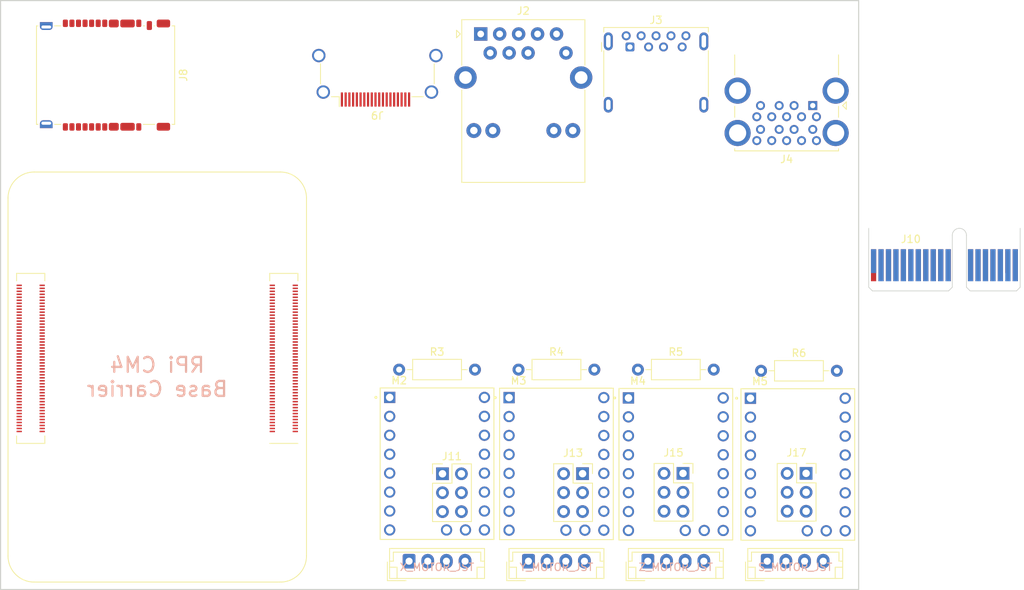
<source format=kicad_pcb>
(kicad_pcb (version 20241229) (generator "pcbnew") (generator_version "9.0")
  (title_block (title "Raspberry Pi Compute Module 4 Carrier Template") (date "2020-10-31") (rev "v01") (comment 2 "creativecommons.org/licenses/by/4.0/") (comment 3 "License: CC BY-SA 4.0") (comment 4 "Author: Shawn Hymel"))
  (layers (0 "F.Cu" signal) (2 "B.Cu" signal) (13 "F.Paste" user) (15 "B.Paste" user) (5 "F.SilkS" user "F.Silkscreen") (7 "B.SilkS" user "B.Silkscreen") (1 "F.Mask" user) (3 "B.Mask" user) (25 "Edge.Cuts" user))
  (net 0 "")
  (net 1 "GND")
  (net 2 "+5V")
  (net 3 "+3.3V")
  (net 4 "/CM4 GPIO/nRPIBOOT")
  (net 11 "/CM4 GPIO/GPIO11")
  (net 12 "/CM4 GPIO/GPIO9")
  (net 15 "/CM4 GPIO/GPIO_14")
  (net 17 "/CM4 GPIO/GPIO10")
  (net 28 "/CM4 GPIO/GPIO_6")
  (net 47 "/CM4 GPIO/GPIO2")
  (net 54 "/CM4 GPIO/GPIO_13")
  (net 55 "/CM4 GPIO/GPIO_20")
  (net 56 "/CM4 GPIO/GPIO_19")
  (net 58 "/CM4 GPIO/GPIO_5")
  (net 61 "/CM4 GPIO/EEPROM_nWP")
  (net 65 "/CM4 GPIO/nLED_Activity")
  (net 66 "+1.8V")
  (net 68 "/CM4 GPIO/nPWR_LED")
  (net 74 "/CM4 GPIO/GPIO_12")
  (net 92 "/CM4 GPIO/GPIO3")
  (net 106 "/CM4 GPIO/GPIO_15")
  (net 109 "/CM4 GPIO/GPIO_21")
  (net 113 "/CM4 GPIO/GPIO_16")
  (net 123 "Net-(J1-Pin_3)")
  (net 124 "Net-(J1-Pin_1)")
  (net 125 "Net-(J1-Pin_2)")
  (net 126 "Net-(J1-Pin_4)")
  (net 127 "Net-(J5-Pin_4)")
  (net 128 "Net-(J5-Pin_2)")
  (net 129 "Net-(J5-Pin_3)")
  (net 130 "Net-(J5-Pin_1)")
  (net 131 "Net-(J6-Pin_2)")
  (net 132 "Net-(J6-Pin_4)")
  (net 133 "Net-(J6-Pin_1)")
  (net 134 "Net-(J6-Pin_3)")
  (net 135 "Net-(J7-Pin_1)")
  (net 136 "Net-(J7-Pin_4)")
  (net 137 "Net-(J7-Pin_3)")
  (net 138 "Net-(J7-Pin_2)")
  (net 142 "/CM4 GPIO/SD_DAT1")
  (net 143 "/CM4 GPIO/SD_CMD")
  (net 147 "/CM4 GPIO/SD_CLK")
  (net 149 "/CM4 GPIO/SD_DAT0")
  (net 153 "/CM4 GPIO/SD_DAT2")
  (net 154 "/CM4 GPIO/SD_DAT3")
  (net 204 "Net-(J10-GND-PadA12)")
  (net 205 "Net-(J10-+3.3V-PadA10)")
  (net 206 "Net-(J10-+12V-PadA2)")
  (net 226 "/TMC Modules/CLK")
  (net 227 "/TMC Modules/X_DIAG_INT")
  (net 228 "/TMC Modules/PDN2")
  (net 229 "/TMC Modules/DIAG")
  (net 230 "SPI_MISO")
  (net 231 "/TMC Modules/Y_DIAG_INT")
  (net 232 "/TMC Modules/Z_DIAG_INT")
  (net 233 "/TMC Modules/S_DIAG_INT")
  (net 234 "+3V3")
  (net 235 "/TMC Modules/X_ENABLE")
  (net 236 "/TMC Modules/Y_ENABLE")
  (net 237 "/TMC Modules/Z_ENABLE")
  (net 238 "/TMC Modules/S_ENABLE")
  (net 239 "/TMC Modules/COIL-B2")
  (net 240 "/TMC Modules/COIL-A1")
  (net 241 "/TMC Modules/VIN")
  (net 242 "/TMC Modules/PDN1")
  (net 243 "/TMC Modules/MS2")
  (net 244 "/TMC Modules/X_STEP")
  (net 245 "/TMC Modules/COIL-A2")
  (net 246 "/TMC Modules/X_DIR")
  (net 248 "/TMC Modules/MS1")
  (net 249 "/TMC Modules/COIL-B1")
  (net 250 "/TMC Modules/Y_PDN2")
  (net 251 "/TMC Modules/Y_MS1")
  (net 252 "/TMC Modules/Y_CLK")
  (net 254 "/TMC Modules/Y_MS2")
  (net 255 "/TMC Modules/Y_PDN1")
  (net 256 "/TMC Modules/Y_DIR")
  (net 257 "/TMC Modules/Y_STEP")
  (net 258 "/TMC Modules/Z_CLK")
  (net 259 "/TMC Modules/Z_STEP")
  (net 260 "/TMC Modules/Z_PDN1")
  (net 261 "/TMC Modules/Z_DIR")
  (net 262 "/TMC Modules/Z_MS1")
  (net 263 "/TMC Modules/Z_PDN2")
  (net 265 "/TMC Modules/Z_MS2")
  (net 266 "/TMC Modules/S_DIR")
  (net 268 "/TMC Modules/S_MS2")
  (net 269 "/TMC Modules/S_PDN1")
  (net 270 "/TMC Modules/S_CLK")
  (net 271 "/TMC Modules/S_STEP")
  (net 272 "/TMC Modules/S_MS1")
  (net 273 "/TMC Modules/S_PDN2")
  (footprint "Connector_JST:JST_EH_B4B-EH-A_1x04_P2.50mm_Vertical" (layer "F.Cu") (at 130.25 130.7)
    (property "Reference" "J5" (hide yes))
    (property "Value" "Y_MOTOR_JST" (at 3.75 0.8 0) (layer "B.SilkS"))
    (pad "1" thru_hole roundrect (at 0 0) (size 1.7 1.95) (drill 0.95) (layers "*.Cu" "*.Mask") (roundrect_rratio 0.147059) (net 130 "Net-(J5-Pin_1)"))
    (pad "2" thru_hole oval (at 2.5 0) (size 1.7 1.95) (drill 0.95) (layers "*.Cu" "*.Mask") (net 128 "Net-(J5-Pin_2)"))
    (pad "3" thru_hole oval (at 5 0) (size 1.7 1.95) (drill 0.95) (layers "*.Cu" "*.Mask") (net 129 "Net-(J5-Pin_3)"))
    (pad "4" thru_hole oval (at 7.5 0) (size 1.7 1.95) (drill 0.95) (layers "*.Cu" "*.Mask") (net 127 "Net-(J5-Pin_4)"))
  )
  (footprint "Connector_PinHeader_2.54mm:PinHeader_2x03_P2.54mm_Vertical" (layer "F.Cu") (at 118.725 118.975)
    (property "Reference" "J11" (at 1.27 -2.33 0) (layer "F.SilkS"))
    (property "Value" "Conn_02x03_Odd_Even")
    (pad "1" thru_hole rect (at 0 0) (size 1.7 1.7) (drill 1) (layers "*.Cu" "*.Mask") (net 229 "/TMC Modules/DIAG"))
    (pad "2" thru_hole oval (at 2.54 0) (size 1.7 1.7) (drill 1) (layers "*.Cu" "*.Mask") (net 227 "/TMC Modules/X_DIAG_INT"))
    (pad "3" thru_hole oval (at 0 2.54) (size 1.7 1.7) (drill 1) (layers "*.Cu" "*.Mask") (net 226 "/TMC Modules/CLK"))
    (pad "4" thru_hole oval (at 2.54 2.54) (size 1.7 1.7) (drill 1) (layers "*.Cu" "*.Mask") (net 227 "/TMC Modules/X_DIAG_INT"))
    (pad "5" thru_hole oval (at 0 5.08) (size 1.7 1.7) (drill 1) (layers "*.Cu" "*.Mask") (net 230 "SPI_MISO"))
    (pad "6" thru_hole oval (at 2.54 5.08) (size 1.7 1.7) (drill 1) (layers "*.Cu" "*.Mask") (net 228 "/TMC Modules/PDN2"))
  )
  (footprint "TMC2209:MODULE_TMC2209_SILENTSTEPSTICK" (layer "F.Cu") (at 166.35 117.73)
    (property "Reference" "M5" (at -5.075 -11.155 0) (layer "F.SilkS"))
    (property "Value" "TMC2209 Breakout")
    (pad "1" thru_hole rect (at -6.35 -8.89) (size 1.508 1.508) (drill 1) (layers "*.Cu" "*.Mask") (net 238 "/TMC Modules/S_ENABLE"))
    (pad "2" thru_hole circle (at -6.35 -6.35) (size 1.508 1.508) (drill 1) (layers "*.Cu" "*.Mask") (net 272 "/TMC Modules/S_MS1"))
    (pad "3" thru_hole circle (at -6.35 -3.81) (size 1.508 1.508) (drill 1) (layers "*.Cu" "*.Mask") (net 268 "/TMC Modules/S_MS2"))
    (pad "4" thru_hole circle (at -6.35 -1.27) (size 1.508 1.508) (drill 1) (layers "*.Cu" "*.Mask") (net 269 "/TMC Modules/S_PDN1"))
    (pad "5" thru_hole circle (at -6.35 1.27) (size 1.508 1.508) (drill 1) (layers "*.Cu" "*.Mask") (net 273 "/TMC Modules/S_PDN2"))
    (pad "6" thru_hole circle (at -6.35 3.81) (size 1.508 1.508) (drill 1) (layers "*.Cu" "*.Mask") (net 270 "/TMC Modules/S_CLK"))
    (pad "7" thru_hole circle (at -6.35 6.35) (size 1.508 1.508) (drill 1) (layers "*.Cu" "*.Mask") (net 271 "/TMC Modules/S_STEP"))
    (pad "8" thru_hole circle (at -6.35 8.89) (size 1.508 1.508) (drill 1) (layers "*.Cu" "*.Mask") (net 266 "/TMC Modules/S_DIR"))
    (pad "9" thru_hole circle (at 6.35 -8.89) (size 1.508 1.508) (drill 1) (layers "*.Cu" "*.Mask") (net 1 "GND"))
    (pad "10" thru_hole circle (at 6.35 -6.35) (size 1.508 1.508) (drill 1) (layers "*.Cu" "*.Mask") (net 234 "+3V3"))
    (pad "11" thru_hole circle (at 6.35 -3.81) (size 1.508 1.508) (drill 1) (layers "*.Cu" "*.Mask") (net 239 "/TMC Modules/COIL-B2"))
    (pad "12" thru_hole circle (at 6.35 -1.27) (size 1.508 1.508) (drill 1) (layers "*.Cu" "*.Mask") (net 249 "/TMC Modules/COIL-B1"))
    (pad "13" thru_hole circle (at 6.35 1.27) (size 1.508 1.508) (drill 1) (layers "*.Cu" "*.Mask") (net 240 "/TMC Modules/COIL-A1"))
    (pad "14" thru_hole circle (at 6.35 3.81) (size 1.508 1.508) (drill 1) (layers "*.Cu" "*.Mask") (net 245 "/TMC Modules/COIL-A2"))
    (pad "15" thru_hole circle (at 6.35 6.35) (size 1.508 1.508) (drill 1) (layers "*.Cu" "*.Mask") (net 1 "GND"))
    (pad "16" thru_hole circle (at 6.35 8.89) (size 1.508 1.508) (drill 1) (layers "*.Cu" "*.Mask") (net 241 "/TMC Modules/VIN"))
    (pad "17" thru_hole circle (at 1.27 8.89) (size 1.508 1.508) (drill 1) (layers "*.Cu" "*.Mask"))
    (pad "18" thru_hole circle (at 3.81 8.89) (size 1.508 1.508) (drill 1) (layers "*.Cu" "*.Mask") (net 233 "/TMC Modules/S_DIAG_INT"))
  )
  (footprint "Connector_JST:JST_EH_B4B-EH-A_1x04_P2.50mm_Vertical" (layer "F.Cu") (at 114.25 130.7)
    (property "Reference" "J1" (hide yes))
    (property "Value" "X_MOTOR_JST" (at 3.75 0.8 0) (layer "B.SilkS"))
    (pad "1" thru_hole roundrect (at 0 0) (size 1.7 1.95) (drill 0.95) (layers "*.Cu" "*.Mask") (roundrect_rratio 0.147059) (net 124 "Net-(J1-Pin_1)"))
    (pad "2" thru_hole oval (at 2.5 0) (size 1.7 1.95) (drill 0.95) (layers "*.Cu" "*.Mask") (net 125 "Net-(J1-Pin_2)"))
    (pad "3" thru_hole oval (at 5 0) (size 1.7 1.95) (drill 0.95) (layers "*.Cu" "*.Mask") (net 123 "Net-(J1-Pin_3)"))
    (pad "4" thru_hole oval (at 7.5 0) (size 1.7 1.95) (drill 0.95) (layers "*.Cu" "*.Mask") (net 126 "Net-(J1-Pin_4)"))
  )
  (footprint "Connector_USB:USB3_A_Molex_48406-0001_Horizontal_Stacked" (layer "F.Cu") (at 168.350001 69.585 180)
    (property "Reference" "J4" (at 3.5 -7.2 0) (layer "F.SilkS"))
    (property "Value" "USB_A_Stacked")
    (pad "1" thru_hole rect (at 0 0 180) (size 1.2 1.2) (drill 0.7) (layers "*.Cu" "*.Mask"))
    (pad "2" thru_hole circle (at 2.5 0 180) (size 1.2 1.2) (drill 0.7) (layers "*.Cu" "*.Mask"))
    (pad "3" thru_hole circle (at 4.5 0 180) (size 1.2 1.2) (drill 0.7) (layers "*.Cu" "*.Mask"))
    (pad "4" thru_hole circle (at 7 0 180) (size 1.2 1.2) (drill 0.7) (layers "*.Cu" "*.Mask"))
    (pad "5" thru_hole circle (at 7.5 -1.5 180) (size 1.2 1.2) (drill 0.7) (layers "*.Cu" "*.Mask"))
    (pad "6" thru_hole circle (at 5.5 -1.5 180) (size 1.2 1.2) (drill 0.7) (layers "*.Cu" "*.Mask"))
    (pad "7" thru_hole circle (at 3.5 -1.5 180) (size 1.2 1.2) (drill 0.7) (layers "*.Cu" "*.Mask"))
    (pad "8" thru_hole circle (at 1.5 -1.5 180) (size 1.2 1.2) (drill 0.7) (layers "*.Cu" "*.Mask"))
    (pad "9" thru_hole circle (at -0.5 -1.5 180) (size 1.2 1.2) (drill 0.7) (layers "*.Cu" "*.Mask"))
    (pad "10" thru_hole circle (at 0 -3.2 180) (size 1.2 1.2) (drill 0.7) (layers "*.Cu" "*.Mask"))
    (pad "11" thru_hole circle (at 2.5 -3.2 180) (size 1.2 1.2) (drill 0.7) (layers "*.Cu" "*.Mask"))
    (pad "12" thru_hole circle (at 4.5 -3.2 180) (size 1.2 1.2) (drill 0.7) (layers "*.Cu" "*.Mask"))
    (pad "13" thru_hole circle (at 7 -3.2 180) (size 1.2 1.2) (drill 0.7) (layers "*.Cu" "*.Mask"))
    (pad "14" thru_hole circle (at 7.5 -4.7 180) (size 1.2 1.2) (drill 0.7) (layers "*.Cu" "*.Mask"))
    (pad "15" thru_hole circle (at 5.5 -4.7 180) (size 1.2 1.2) (drill 0.7) (layers "*.Cu" "*.Mask"))
    (pad "16" thru_hole circle (at 3.5 -4.7 180) (size 1.2 1.2) (drill 0.7) (layers "*.Cu" "*.Mask"))
    (pad "17" thru_hole circle (at 1.5 -4.7 180) (size 1.2 1.2) (drill 0.7) (layers "*.Cu" "*.Mask"))
    (pad "18" thru_hole circle (at -0.5 -4.7 180) (size 1.2 1.2) (drill 0.7) (layers "*.Cu" "*.Mask"))
    (pad "19" thru_hole circle (at -3.07 -3.68 180) (size 3.5 3.5) (drill 2.3) (layers "*.Cu" "*.Mask"))
    (pad "19" thru_hole circle (at -3.07 2 180) (size 3.5 3.5) (drill 2.3) (layers "*.Cu" "*.Mask"))
    (pad "19" thru_hole circle (at 10.07 -3.68 180) (size 3.5 3.5) (drill 2.3) (layers "*.Cu" "*.Mask"))
    (pad "19" thru_hole circle (at 10.07 2 180) (size 3.5 3.5) (drill 2.3) (layers "*.Cu" "*.Mask"))
  )
  (footprint "Connector_PinSocket_2.54mm:PinSocket_2x03_P2.54mm_Vertical" (layer "F.Cu") (at 167.46 118.92)
    (property "Reference" "J17" (at -1.27 -2.77 0) (layer "F.SilkS"))
    (property "Value" "Conn_02x03_Odd_Even")
    (pad "1" thru_hole rect (at 0 0) (size 1.7 1.7) (drill 1) (layers "*.Cu" "*.Mask") (net 229 "/TMC Modules/DIAG"))
    (pad "2" thru_hole oval (at -2.54 0) (size 1.7 1.7) (drill 1) (layers "*.Cu" "*.Mask") (net 233 "/TMC Modules/S_DIAG_INT"))
    (pad "3" thru_hole oval (at 0 2.54) (size 1.7 1.7) (drill 1) (layers "*.Cu" "*.Mask") (net 226 "/TMC Modules/CLK"))
    (pad "4" thru_hole oval (at -2.54 2.54) (size 1.7 1.7) (drill 1) (layers "*.Cu" "*.Mask") (net 233 "/TMC Modules/S_DIAG_INT"))
    (pad "5" thru_hole oval (at 0 5.08) (size 1.7 1.7) (drill 1) (layers "*.Cu" "*.Mask") (net 230 "SPI_MISO"))
    (pad "6" thru_hole oval (at -2.54 5.08) (size 1.7 1.7) (drill 1) (layers "*.Cu" "*.Mask") (net 228 "/TMC Modules/PDN2"))
  )
  (footprint "Resistor_THT:R_Axial_DIN0207_L6.3mm_D2.5mm_P10.16mm_Horizontal" (layer "F.Cu") (at 112.92 105)
    (property "Reference" "R3" (at 5.08 -2.37 0) (layer "F.SilkS"))
    (property "Value" "10kΩ")
    (pad "1" thru_hole circle (at 0 0) (size 1.6 1.6) (drill 0.8) (layers "*.Cu" "*.Mask") (net 235 "/TMC Modules/X_ENABLE"))
    (pad "2" thru_hole oval (at 10.16 0) (size 1.6 1.6) (drill 0.8) (layers "*.Cu" "*.Mask") (net 234 "+3V3"))
  )
  (footprint "Connector_RJ:RJ45_Abracon_ARJP11A-MA_Horizontal" (layer "F.Cu") (at 123.85 59.985)
    (property "Reference" "J2" (at 5.71 -3.1 0) (layer "F.SilkS"))
    (property "Value" "RJ45")
    (pad "" np_thru_hole circle (at 0 8.89) (size 3.2 3.2) (drill 3.2) (layers "*.Cu" "*.Mask"))
    (pad "" np_thru_hole circle (at 11.43 8.89) (size 3.2 3.2) (drill 3.2) (layers "*.Cu" "*.Mask"))
    (pad "1" thru_hole rect (at 0 0) (size 1.8 1.8) (drill 0.9) (layers "*.Cu" "*.Mask"))
    (pad "2" thru_hole circle (at 1.27 2.54) (size 1.8 1.8) (drill 0.9) (layers "*.Cu" "*.Mask"))
    (pad "3" thru_hole circle (at 2.54 0) (size 1.8 1.8) (drill 0.9) (layers "*.Cu" "*.Mask"))
    (pad "4" thru_hole circle (at 3.81 2.54) (size 1.8 1.8) (drill 0.9) (layers "*.Cu" "*.Mask"))
    (pad "5" thru_hole circle (at 5.08 0) (size 1.8 1.8) (drill 0.9) (layers "*.Cu" "*.Mask"))
    (pad "6" thru_hole circle (at 6.35 2.54) (size 1.8 1.8) (drill 0.9) (layers "*.Cu" "*.Mask"))
    (pad "7" thru_hole circle (at 7.62 0) (size 1.8 1.8) (drill 0.9) (layers "*.Cu" "*.Mask"))
    (pad "9" thru_hole circle (at 10.16 0) (size 1.8 1.8) (drill 0.9) (layers "*.Cu" "*.Mask"))
    (pad "10" thru_hole circle (at 11.43 2.54) (size 1.8 1.8) (drill 0.9) (layers "*.Cu" "*.Mask"))
    (pad "11" thru_hole circle (at -0.92 12.95) (size 2 2) (drill 1) (layers "*.Cu" "*.Mask"))
    (pad "12" thru_hole circle (at 1.62 12.95) (size 2 2) (drill 1) (layers "*.Cu" "*.Mask"))
    (pad "13" thru_hole circle (at 9.8 12.95) (size 2 2) (drill 1) (layers "*.Cu" "*.Mask"))
    (pad "14" thru_hole circle (at 12.34 12.95) (size 2 2) (drill 1) (layers "*.Cu" "*.Mask"))
    (pad "SH" thru_hole circle (at -2.04 5.84) (size 3 3) (drill 1.7) (layers "*.Cu" "*.Mask"))
    (pad "SH" thru_hole circle (at 13.46 5.84) (size 3 3) (drill 1.7) (layers "*.Cu" "*.Mask"))
  )
  (footprint "Connector_JST:JST_EH_B4B-EH-A_1x04_P2.50mm_Vertical" (layer "F.Cu") (at 146.25 130.7)
    (property "Reference" "J6" (hide yes))
    (property "Value" "Z_MOTOR_JST" (at 3.75 0.8 0) (layer "B.SilkS"))
    (pad "1" thru_hole roundrect (at 0 0) (size 1.7 1.95) (drill 0.95) (layers "*.Cu" "*.Mask") (roundrect_rratio 0.147059) (net 133 "Net-(J6-Pin_1)"))
    (pad "2" thru_hole oval (at 2.5 0) (size 1.7 1.95) (drill 0.95) (layers "*.Cu" "*.Mask") (net 131 "Net-(J6-Pin_2)"))
    (pad "3" thru_hole oval (at 5 0) (size 1.7 1.95) (drill 0.95) (layers "*.Cu" "*.Mask") (net 134 "Net-(J6-Pin_3)"))
    (pad "4" thru_hole oval (at 7.5 0) (size 1.7 1.95) (drill 0.95) (layers "*.Cu" "*.Mask") (net 132 "Net-(J6-Pin_4)"))
  )
  (footprint "Connector_PCBEdge:BUS_PCIexpress_x1" (layer "F.Cu") (at 176.5 91)
    (property "Reference" "J10" (at 5 -3.5 0) (layer "F.SilkS"))
    (property "Value" "Bus_PCI_Express_x1")
    (fp_line (start -0.65 -4.95) (end -0.65 2.95) (stroke (width 0.1)) (layer "Edge.Cuts"))
    (fp_line (start -0.65 2.95) (end -0.15 3.45) (stroke (width 0.1)) (layer "Edge.Cuts"))
    (fp_line (start -0.15 3.45) (end 10.05 3.45) (stroke (width 0.1)) (layer "Edge.Cuts"))
    (fp_line (start 10.55 -4) (end 10.55 2.95) (stroke (width 0.1)) (layer "Edge.Cuts"))
    (fp_line (start 10.55 2.95) (end 10.05 3.45) (stroke (width 0.1)) (layer "Edge.Cuts"))
    (fp_line (start 12.45 -4) (end 12.45 2.95) (stroke (width 0.1)) (layer "Edge.Cuts"))
    (fp_line (start 12.45 2.95) (end 12.95 3.45) (stroke (width 0.1)) (layer "Edge.Cuts"))
    (fp_line (start 12.95 3.45) (end 19.15 3.45) (stroke (width 0.1)) (layer "Edge.Cuts"))
    (fp_line (start 19.65 -4.95) (end 19.65 2.95) (stroke (width 0.1)) (layer "Edge.Cuts"))
    (fp_line (start 19.65 2.95) (end 19.15 3.45) (stroke (width 0.1)) (layer "Edge.Cuts"))
    (fp_arc (start 10.55 -4) (mid 11.5 -4.95) (end 12.45 -4) (stroke (width 0.1)) (layer "Edge.Cuts"))
    (pad "A1" connect rect (at 0 -0.55) (size 0.7 3.2) (layers "B.Cu" "B.Mask"))
    (pad "A2" connect rect (at 1 0) (size 0.7 4.3) (layers "B.Cu" "B.Mask") (net 206 "Net-(J10-+12V-PadA2)"))
    (pad "A3" connect rect (at 2 0) (size 0.7 4.3) (layers "B.Cu" "B.Mask") (net 206 "Net-(J10-+12V-PadA2)"))
    (pad "A4" connect rect (at 3 0) (size 0.7 4.3) (layers "B.Cu" "B.Mask") (net 204 "Net-(J10-GND-PadA12)"))
    (pad "A5" connect rect (at 4 0) (size 0.7 4.3) (layers "B.Cu" "B.Mask"))
    (pad "A6" connect rect (at 5 0) (size 0.7 4.3) (layers "B.Cu" "B.Mask"))
    (pad "A7" connect rect (at 6 0) (size 0.7 4.3) (layers "B.Cu" "B.Mask"))
    (pad "A8" connect rect (at 7 0) (size 0.7 4.3) (layers "B.Cu" "B.Mask"))
    (pad "A9" connect rect (at 8 0) (size 0.7 4.3) (layers "B.Cu" "B.Mask") (net 205 "Net-(J10-+3.3V-PadA10)"))
    (pad "A10" connect rect (at 9 0) (size 0.7 4.3) (layers "B.Cu" "B.Mask") (net 205 "Net-(J10-+3.3V-PadA10)"))
    (pad "A11" connect rect (at 10 0) (size 0.7 4.3) (layers "B.Cu" "B.Mask"))
    (pad "A12" connect rect (at 13 0) (size 0.7 4.3) (layers "B.Cu" "B.Mask") (net 204 "Net-(J10-GND-PadA12)"))
    (pad "A13" connect rect (at 14 0) (size 0.7 4.3) (layers "B.Cu" "B.Mask"))
    (pad "A14" connect rect (at 15 0) (size 0.7 4.3) (layers "B.Cu" "B.Mask"))
    (pad "A15" connect rect (at 16 0) (size 0.7 4.3) (layers "B.Cu" "B.Mask") (net 204 "Net-(J10-GND-PadA12)"))
    (pad "A16" connect rect (at 17 0) (size 0.7 4.3) (layers "B.Cu" "B.Mask"))
    (pad "A17" connect rect (at 18 0) (size 0.7 4.3) (layers "B.Cu" "B.Mask"))
    (pad "A18" connect rect (at 19 0) (size 0.7 4.3) (layers "B.Cu" "B.Mask") (net 204 "Net-(J10-GND-PadA12)"))
    (pad "B1" connect rect (at 0 0) (size 0.7 4.3) (layers "F.Cu" "F.Mask") (net 206 "Net-(J10-+12V-PadA2)"))
    (pad "B2" connect rect (at 1 0) (size 0.7 4.3) (layers "F.Cu" "F.Mask") (net 206 "Net-(J10-+12V-PadA2)"))
    (pad "B3" connect rect (at 2 0) (size 0.7 4.3) (layers "F.Cu" "F.Mask") (net 206 "Net-(J10-+12V-PadA2)"))
    (pad "B4" connect rect (at 3 0) (size 0.7 4.3) (layers "F.Cu" "F.Mask") (net 204 "Net-(J10-GND-PadA12)"))
    (pad "B5" connect rect (at 4 0) (size 0.7 4.3) (layers "F.Cu" "F.Mask"))
    (pad "B6" connect rect (at 5 0) (size 0.7 4.3) (layers "F.Cu" "F.Mask"))
    (pad "B7" connect rect (at 6 0) (size 0.7 4.3) (layers "F.Cu" "F.Mask") (net 204 "Net-(J10-GND-PadA12)"))
    (pad "B8" connect rect (at 7 0) (size 0.7 4.3) (layers "F.Cu" "F.Mask") (net 205 "Net-(J10-+3.3V-PadA10)"))
    (pad "B9" connect rect (at 8 0) (size 0.7 4.3) (layers "F.Cu" "F.Mask"))
    (pad "B10" connect rect (at 9 0) (size 0.7 4.3) (layers "F.Cu" "F.Mask"))
    (pad "B11" connect rect (at 10 0) (size 0.7 4.3) (layers "F.Cu" "F.Mask"))
    (pad "B12" connect rect (at 13 0) (size 0.7 4.3) (layers "F.Cu" "F.Mask"))
    (pad "B13" connect rect (at 14 0) (size 0.7 4.3) (layers "F.Cu" "F.Mask") (net 204 "Net-(J10-GND-PadA12)"))
    (pad "B14" connect rect (at 15 0) (size 0.7 4.3) (layers "F.Cu" "F.Mask"))
    (pad "B15" connect rect (at 16 0) (size 0.7 4.3) (layers "F.Cu" "F.Mask"))
    (pad "B16" connect rect (at 17 0) (size 0.7 4.3) (layers "F.Cu" "F.Mask") (net 204 "Net-(J10-GND-PadA12)"))
    (pad "B17" connect rect (at 18 -0.55) (size 0.7 3.2) (layers "F.Cu" "F.Mask"))
    (pad "B18" connect rect (at 19 0) (size 0.7 4.3) (layers "F.Cu" "F.Mask") (net 204 "Net-(J10-GND-PadA12)"))
  )
  (footprint "TMC2209:MODULE_TMC2209_SILENTSTEPSTICK" (layer "F.Cu") (at 134 117.65)
    (property "Reference" "M3" (at -5.075 -11.155 0) (layer "F.SilkS"))
    (property "Value" "TMC2209 Breakout")
    (pad "1" thru_hole rect (at -6.35 -8.89) (size 1.508 1.508) (drill 1) (layers "*.Cu" "*.Mask") (net 236 "/TMC Modules/Y_ENABLE"))
    (pad "2" thru_hole circle (at -6.35 -6.35) (size 1.508 1.508) (drill 1) (layers "*.Cu" "*.Mask") (net 251 "/TMC Modules/Y_MS1"))
    (pad "3" thru_hole circle (at -6.35 -3.81) (size 1.508 1.508) (drill 1) (layers "*.Cu" "*.Mask") (net 254 "/TMC Modules/Y_MS2"))
    (pad "4" thru_hole circle (at -6.35 -1.27) (size 1.508 1.508) (drill 1) (layers "*.Cu" "*.Mask") (net 255 "/TMC Modules/Y_PDN1"))
    (pad "5" thru_hole circle (at -6.35 1.27) (size 1.508 1.508) (drill 1) (layers "*.Cu" "*.Mask") (net 250 "/TMC Modules/Y_PDN2"))
    (pad "6" thru_hole circle (at -6.35 3.81) (size 1.508 1.508) (drill 1) (layers "*.Cu" "*.Mask") (net 252 "/TMC Modules/Y_CLK"))
    (pad "7" thru_hole circle (at -6.35 6.35) (size 1.508 1.508) (drill 1) (layers "*.Cu" "*.Mask") (net 257 "/TMC Modules/Y_STEP"))
    (pad "8" thru_hole circle (at -6.35 8.89) (size 1.508 1.508) (drill 1) (layers "*.Cu" "*.Mask") (net 256 "/TMC Modules/Y_DIR"))
    (pad "9" thru_hole circle (at 6.35 -8.89) (size 1.508 1.508) (drill 1) (layers "*.Cu" "*.Mask") (net 1 "GND"))
    (pad "10" thru_hole circle (at 6.35 -6.35) (size 1.508 1.508) (drill 1) (layers "*.Cu" "*.Mask") (net 234 "+3V3"))
    (pad "11" thru_hole circle (at 6.35 -3.81) (size 1.508 1.508) (drill 1) (layers "*.Cu" "*.Mask") (net 239 "/TMC Modules/COIL-B2"))
    (pad "12" thru_hole circle (at 6.35 -1.27) (size 1.508 1.508) (drill 1) (layers "*.Cu" "*.Mask") (net 249 "/TMC Modules/COIL-B1"))
    (pad "13" thru_hole circle (at 6.35 1.27) (size 1.508 1.508) (drill 1) (layers "*.Cu" "*.Mask") (net 240 "/TMC Modules/COIL-A1"))
    (pad "14" thru_hole circle (at 6.35 3.81) (size 1.508 1.508) (drill 1) (layers "*.Cu" "*.Mask") (net 245 "/TMC Modules/COIL-A2"))
    (pad "15" thru_hole circle (at 6.35 6.35) (size 1.508 1.508) (drill 1) (layers "*.Cu" "*.Mask") (net 1 "GND"))
    (pad "16" thru_hole circle (at 6.35 8.89) (size 1.508 1.508) (drill 1) (layers "*.Cu" "*.Mask") (net 241 "/TMC Modules/VIN"))
    (pad "17" thru_hole circle (at 1.27 8.89) (size 1.508 1.508) (drill 1) (layers "*.Cu" "*.Mask"))
    (pad "18" thru_hole circle (at 3.81 8.89) (size 1.508 1.508) (drill 1) (layers "*.Cu" "*.Mask") (net 231 "/TMC Modules/Y_DIAG_INT"))
  )
  (footprint "Resistor_THT:R_Axial_DIN0207_L6.3mm_D2.5mm_P10.16mm_Horizontal" (layer "F.Cu") (at 161.42 105.16)
    (property "Reference" "R6" (at 5.08 -2.37 0) (layer "F.SilkS"))
    (property "Value" "10kΩ")
    (pad "1" thru_hole circle (at 0 0) (size 1.6 1.6) (drill 0.8) (layers "*.Cu" "*.Mask") (net 238 "/TMC Modules/S_ENABLE"))
    (pad "2" thru_hole oval (at 10.16 0) (size 1.6 1.6) (drill 0.8) (layers "*.Cu" "*.Mask") (net 234 "+3V3"))
  )
  (footprint "Connector_Video:HDMI_A_Amphenol_10029449-x01xLF_Horizontal" (layer "F.Cu") (at 110 63.775 180)
    (property "Reference" "J9" (at 0 -7.1 180) (layer "F.SilkS"))
    (property "Value" "HDMI_A_1.4")
    (pad "1" smd rect (at 4.75 -5 180) (size 0.3 1.9) (layers "F.Cu" "F.Mask" "F.Paste"))
    (pad "2" smd rect (at 4.25 -5 180) (size 0.3 1.9) (layers "F.Cu" "F.Mask" "F.Paste"))
    (pad "3" smd rect (at 3.75 -5 180) (size 0.3 1.9) (layers "F.Cu" "F.Mask" "F.Paste"))
    (pad "4" smd rect (at 3.25 -5 180) (size 0.3 1.9) (layers "F.Cu" "F.Mask" "F.Paste"))
    (pad "5" smd rect (at 2.75 -5 180) (size 0.3 1.9) (layers "F.Cu" "F.Mask" "F.Paste"))
    (pad "6" smd rect (at 2.25 -5 180) (size 0.3 1.9) (layers "F.Cu" "F.Mask" "F.Paste"))
    (pad "7" smd rect (at 1.75 -5 180) (size 0.3 1.9) (layers "F.Cu" "F.Mask" "F.Paste"))
    (pad "8" smd rect (at 1.25 -5 180) (size 0.3 1.9) (layers "F.Cu" "F.Mask" "F.Paste"))
    (pad "9" smd rect (at 0.75 -5 180) (size 0.3 1.9) (layers "F.Cu" "F.Mask" "F.Paste"))
    (pad "10" smd rect (at 0.25 -5 180) (size 0.3 1.9) (layers "F.Cu" "F.Mask" "F.Paste"))
    (pad "11" smd rect (at -0.25 -5 180) (size 0.3 1.9) (layers "F.Cu" "F.Mask" "F.Paste"))
    (pad "12" smd rect (at -0.75 -5 180) (size 0.3 1.9) (layers "F.Cu" "F.Mask" "F.Paste"))
    (pad "13" smd rect (at -1.25 -5 180) (size 0.3 1.9) (layers "F.Cu" "F.Mask" "F.Paste"))
    (pad "14" smd rect (at -1.75 -5 180) (size 0.3 1.9) (layers "F.Cu" "F.Mask" "F.Paste"))
    (pad "15" smd rect (at -2.25 -5 180) (size 0.3 1.9) (layers "F.Cu" "F.Mask" "F.Paste"))
    (pad "16" smd rect (at -2.75 -5 180) (size 0.3 1.9) (layers "F.Cu" "F.Mask" "F.Paste"))
    (pad "17" smd rect (at -3.25 -5 180) (size 0.3 1.9) (layers "F.Cu" "F.Mask" "F.Paste"))
    (pad "18" smd rect (at -3.75 -5 180) (size 0.3 1.9) (layers "F.Cu" "F.Mask" "F.Paste"))
    (pad "19" smd rect (at -4.25 -5 180) (size 0.3 1.9) (layers "F.Cu" "F.Mask" "F.Paste"))
    (pad "SH" thru_hole circle (at -7.85 0.9 180) (size 1.8 1.8) (drill 1.3) (layers "*.Cu" "*.Mask"))
    (pad "SH" thru_hole circle (at -7.25 -4 180) (size 1.8 1.8) (drill 1.3) (layers "*.Cu" "*.Mask"))
    (pad "SH" thru_hole circle (at 7.25 -4 180) (size 1.8 1.8) (drill 1.3) (layers "*.Cu" "*.Mask"))
    (pad "SH" thru_hole circle (at 7.85 0.9 180) (size 1.8 1.8) (drill 1.3) (layers "*.Cu" "*.Mask"))
  )
  (footprint "Connector_USB:USB3_A_Molex_48393-001" (layer "F.Cu") (at 143.85 61.725)
    (property "Reference" "J3" (at 3.5 -3.6 0) (layer "F.SilkS"))
    (property "Value" "USB3_A")
    (pad "1" thru_hole roundrect (at 0 0) (size 1.2 1.2) (drill 0.7) (layers "*.Cu" "*.Mask") (roundrect_rratio 0.2083333333))
    (pad "2" thru_hole circle (at 2.5 0) (size 1.2 1.2) (drill 0.7) (layers "*.Cu" "*.Mask"))
    (pad "3" thru_hole circle (at 4.5 0) (size 1.2 1.2) (drill 0.7) (layers "*.Cu" "*.Mask"))
    (pad "4" thru_hole circle (at 7 0) (size 1.2 1.2) (drill 0.7) (layers "*.Cu" "*.Mask"))
    (pad "5" thru_hole circle (at 7.5 -1.5) (size 1.2 1.2) (drill 0.7) (layers "*.Cu" "*.Mask"))
    (pad "6" thru_hole circle (at 5.5 -1.5) (size 1.2 1.2) (drill 0.7) (layers "*.Cu" "*.Mask"))
    (pad "7" thru_hole circle (at 3.5 -1.5) (size 1.2 1.2) (drill 0.7) (layers "*.Cu" "*.Mask"))
    (pad "8" thru_hole circle (at 1.5 -1.5) (size 1.2 1.2) (drill 0.7) (layers "*.Cu" "*.Mask"))
    (pad "9" thru_hole circle (at -0.5 -1.5) (size 1.2 1.2) (drill 0.7) (layers "*.Cu" "*.Mask"))
    (pad "10" thru_hole oval (at -2.9 -0.75) (size 1.2 2.4) (drill oval 0.6 1.7) (layers "*.Cu" "*.Mask"))
    (pad "10" thru_hole oval (at -2.9 7.75) (size 1.2 2.1) (drill oval 0.6 1.4) (layers "*.Cu" "*.Mask"))
    (pad "10" thru_hole oval (at 9.9 -0.75) (size 1.2 2.4) (drill oval 0.6 1.7) (layers "*.Cu" "*.Mask"))
    (pad "10" thru_hole oval (at 9.9 7.75) (size 1.2 2.1) (drill oval 0.6 1.4) (layers "*.Cu" "*.Mask"))
  )
  (footprint "TMC2209:MODULE_TMC2209_SILENTSTEPSTICK" (layer "F.Cu") (at 118 117.619651)
    (property "Reference" "M2" (at -5.075 -11.155 0) (layer "F.SilkS"))
    (property "Value" "TMC2209 Breakout")
    (pad "1" thru_hole rect (at -6.35 -8.89) (size 1.508 1.508) (drill 1) (layers "*.Cu" "*.Mask") (net 235 "/TMC Modules/X_ENABLE"))
    (pad "2" thru_hole circle (at -6.35 -6.35) (size 1.508 1.508) (drill 1) (layers "*.Cu" "*.Mask") (net 248 "/TMC Modules/MS1"))
    (pad "3" thru_hole circle (at -6.35 -3.81) (size 1.508 1.508) (drill 1) (layers "*.Cu" "*.Mask") (net 243 "/TMC Modules/MS2"))
    (pad "4" thru_hole circle (at -6.35 -1.27) (size 1.508 1.508) (drill 1) (layers "*.Cu" "*.Mask") (net 242 "/TMC Modules/PDN1"))
    (pad "5" thru_hole circle (at -6.35 1.27) (size 1.508 1.508) (drill 1) (layers "*.Cu" "*.Mask") (net 228 "/TMC Modules/PDN2"))
    (pad "6" thru_hole circle (at -6.35 3.81) (size 1.508 1.508) (drill 1) (layers "*.Cu" "*.Mask") (net 226 "/TMC Modules/CLK"))
    (pad "7" thru_hole circle (at -6.35 6.35) (size 1.508 1.508) (drill 1) (layers "*.Cu" "*.Mask") (net 244 "/TMC Modules/X_STEP"))
    (pad "8" thru_hole circle (at -6.35 8.89) (size 1.508 1.508) (drill 1) (layers "*.Cu" "*.Mask") (net 246 "/TMC Modules/X_DIR"))
    (pad "9" thru_hole circle (at 6.35 -8.89) (size 1.508 1.508) (drill 1) (layers "*.Cu" "*.Mask") (net 1 "GND"))
    (pad "10" thru_hole circle (at 6.35 -6.35) (size 1.508 1.508) (drill 1) (layers "*.Cu" "*.Mask") (net 234 "+3V3"))
    (pad "11" thru_hole circle (at 6.35 -3.81) (size 1.508 1.508) (drill 1) (layers "*.Cu" "*.Mask") (net 239 "/TMC Modules/COIL-B2"))
    (pad "12" thru_hole circle (at 6.35 -1.27) (size 1.508 1.508) (drill 1) (layers "*.Cu" "*.Mask") (net 249 "/TMC Modules/COIL-B1"))
    (pad "13" thru_hole circle (at 6.35 1.27) (size 1.508 1.508) (drill 1) (layers "*.Cu" "*.Mask") (net 240 "/TMC Modules/COIL-A1"))
    (pad "14" thru_hole circle (at 6.35 3.81) (size 1.508 1.508) (drill 1) (layers "*.Cu" "*.Mask") (net 245 "/TMC Modules/COIL-A2"))
    (pad "15" thru_hole circle (at 6.35 6.35) (size 1.508 1.508) (drill 1) (layers "*.Cu" "*.Mask") (net 1 "GND"))
    (pad "16" thru_hole circle (at 6.35 8.89) (size 1.508 1.508) (drill 1) (layers "*.Cu" "*.Mask") (net 241 "/TMC Modules/VIN"))
    (pad "17" thru_hole circle (at 1.27 8.89) (size 1.508 1.508) (drill 1) (layers "*.Cu" "*.Mask"))
    (pad "18" thru_hole circle (at 3.81 8.89) (size 1.508 1.508) (drill 1) (layers "*.Cu" "*.Mask") (net 227 "/TMC Modules/X_DIAG_INT"))
  )
  (footprint "Connector_PinSocket_2.54mm:PinSocket_2x03_P2.54mm_Vertical" (layer "F.Cu") (at 150.96 118.92)
    (property "Reference" "J15" (at -1.27 -2.77 0) (layer "F.SilkS"))
    (property "Value" "Conn_02x03_Odd_Even")
    (pad "1" thru_hole rect (at 0 0) (size 1.7 1.7) (drill 1) (layers "*.Cu" "*.Mask") (net 229 "/TMC Modules/DIAG"))
    (pad "2" thru_hole oval (at -2.54 0) (size 1.7 1.7) (drill 1) (layers "*.Cu" "*.Mask") (net 232 "/TMC Modules/Z_DIAG_INT"))
    (pad "3" thru_hole oval (at 0 2.54) (size 1.7 1.7) (drill 1) (layers "*.Cu" "*.Mask") (net 226 "/TMC Modules/CLK"))
    (pad "4" thru_hole oval (at -2.54 2.54) (size 1.7 1.7) (drill 1) (layers "*.Cu" "*.Mask") (net 232 "/TMC Modules/Z_DIAG_INT"))
    (pad "5" thru_hole oval (at 0 5.08) (size 1.7 1.7) (drill 1) (layers "*.Cu" "*.Mask") (net 230 "SPI_MISO"))
    (pad "6" thru_hole oval (at -2.54 5.08) (size 1.7 1.7) (drill 1) (layers "*.Cu" "*.Mask") (net 228 "/TMC Modules/PDN2"))
  )
  (footprint "Connector_PinSocket_2.54mm:PinSocket_2x03_P2.54mm_Vertical" (layer "F.Cu") (at 137.5 118.96)
    (property "Reference" "J13" (at -1.27 -2.77 0) (layer "F.SilkS"))
    (property "Value" "Conn_02x03_Odd_Even")
    (pad "1" thru_hole rect (at 0 0) (size 1.7 1.7) (drill 1) (layers "*.Cu" "*.Mask") (net 229 "/TMC Modules/DIAG"))
    (pad "2" thru_hole oval (at -2.54 0) (size 1.7 1.7) (drill 1) (layers "*.Cu" "*.Mask") (net 231 "/TMC Modules/Y_DIAG_INT"))
    (pad "3" thru_hole oval (at 0 2.54) (size 1.7 1.7) (drill 1) (layers "*.Cu" "*.Mask") (net 226 "/TMC Modules/CLK"))
    (pad "4" thru_hole oval (at -2.54 2.54) (size 1.7 1.7) (drill 1) (layers "*.Cu" "*.Mask") (net 231 "/TMC Modules/Y_DIAG_INT"))
    (pad "5" thru_hole oval (at 0 5.08) (size 1.7 1.7) (drill 1) (layers "*.Cu" "*.Mask") (net 230 "SPI_MISO"))
    (pad "6" thru_hole oval (at -2.54 5.08) (size 1.7 1.7) (drill 1) (layers "*.Cu" "*.Mask") (net 228 "/TMC Modules/PDN2"))
  )
  (footprint "Resistor_THT:R_Axial_DIN0207_L6.3mm_D2.5mm_P10.16mm_Horizontal" (layer "F.Cu") (at 128.92 105)
    (property "Reference" "R4" (at 5.08 -2.37 0) (layer "F.SilkS"))
    (property "Value" "10kΩ")
    (pad "1" thru_hole circle (at 0 0) (size 1.6 1.6) (drill 0.8) (layers "*.Cu" "*.Mask") (net 236 "/TMC Modules/Y_ENABLE"))
    (pad "2" thru_hole oval (at 10.16 0) (size 1.6 1.6) (drill 0.8) (layers "*.Cu" "*.Mask") (net 234 "+3V3"))
  )
  (footprint "Resistor_THT:R_Axial_DIN0207_L6.3mm_D2.5mm_P10.16mm_Horizontal" (layer "F.Cu") (at 144.92 105)
    (property "Reference" "R5" (at 5.08 -2.37 0) (layer "F.SilkS"))
    (property "Value" "10kΩ")
    (pad "1" thru_hole circle (at 0 0) (size 1.6 1.6) (drill 0.8) (layers "*.Cu" "*.Mask") (net 237 "/TMC Modules/Z_ENABLE"))
    (pad "2" thru_hole oval (at 10.16 0) (size 1.6 1.6) (drill 0.8) (layers "*.Cu" "*.Mask") (net 234 "+3V3"))
  )
  (footprint "Connector_Card:SD-SIM_microSD-microSIM_Molex_104168-1620" (layer "F.Cu") (at 73.5 65.5 -90)
    (property "Reference" "J8" (at 0 -10.5 90) (layer "F.SilkS"))
    (property "Value" "Micro_SD_Card")
    (pad "C1" smd roundrect (at 6.95 -4.525 270) (size 1 0.68) (layers "F.Cu" "F.Mask" "F.Paste"))
    (pad "C2" smd roundrect (at 6.95 0.035 270) (size 1 0.68) (layers "F.Cu" "F.Mask" "F.Paste"))
    (pad "C3" smd roundrect (at 6.95 0.915 270) (size 1 0.68) (layers "F.Cu" "F.Mask" "F.Paste"))
    (pad "C4" smd roundrect (at 6.95 2.675 270) (size 1 0.68) (layers "F.Cu" "F.Mask" "F.Paste"))
    (pad "C5" smd roundrect (at -6.95 2.675 270) (size 1 0.68) (layers "F.Cu" "F.Mask" "F.Paste"))
    (pad "C6" smd roundrect (at -6.95 0.915 270) (size 1 0.68) (layers "F.Cu" "F.Mask" "F.Paste"))
    (pad "C7" smd roundrect (at -6.95 0.035 270) (size 1 0.68) (layers "F.Cu" "F.Mask" "F.Paste"))
    (pad "C8" smd roundrect (at -6.95 -4.525 270) (size 1 0.68) (layers "F.Cu" "F.Mask" "F.Paste"))
    (pad "S1" smd roundrect (at 6.95 5.315 270) (size 1 0.68) (layers "F.Cu" "F.Mask" "F.Paste"))
    (pad "S2" smd roundrect (at 6.95 4.435 270) (size 1 0.68) (layers "F.Cu" "F.Mask" "F.Paste"))
    (pad "S3" smd roundrect (at -6.95 4.435 270) (size 1 0.68) (layers "F.Cu" "F.Mask" "F.Paste"))
    (pad "S4" smd roundrect (at -6.95 5.315 270) (size 1 0.68) (layers "F.Cu" "F.Mask" "F.Paste"))
    (pad "S5" smd roundrect (at 6.95 1.795 270) (size 1 0.68) (layers "F.Cu" "F.Mask" "F.Paste"))
    (pad "S6" smd roundrect (at 6.95 3.555 270) (size 1 0.68) (layers "F.Cu" "F.Mask" "F.Paste"))
    (pad "S7" smd roundrect (at -6.95 3.555 270) (size 1 0.68) (layers "F.Cu" "F.Mask" "F.Paste"))
    (pad "S8" smd roundrect (at -6.95 1.795 270) (size 1 0.68) (layers "F.Cu" "F.Mask" "F.Paste"))
    (pad "SH" smd roundrect (at -6.925 -7.825 270) (size 1.05 1.8) (layers "F.Cu" "F.Mask" "F.Paste"))
    (pad "SH" smd roundrect (at -6.925 -3.015 270) (size 1.05 1.94) (layers "F.Cu" "F.Mask" "F.Paste"))
    (pad "SH" smd roundrect (at -6.925 -1.175 270) (size 1.05 1.34) (layers "F.Cu" "F.Mask" "F.Paste"))
    (pad "SH" thru_hole custom (at -6.455 7.875 270) (size 0.5 1.4) (drill oval 0.4 1.3) (layers "*.Cu" "*.Mask" "F.Paste") (options (clearance outline) (anchor rect)) (primitives (gr_poly (pts (xy 0.4 -0.4) (xy 0 -0.4) (xy 0 -0.85) (xy -0.65 -0.85) (xy -0.65 0.85) (xy 0 0.85) (xy 0 0.4) (xy 0.4 0.4)) (width 0) (fill yes)) (gr_circle (center -0.05 0.4) (end 0.4 0.4) (width 0) (fill yes)) (gr_circle (center -0.05 -0.4) (end 0.4 -0.4) (width 0) (fill yes))))
    (pad "SH" thru_hole custom (at 6.455 7.875 270) (size 0.5 1.4) (drill oval 0.4 1.3) (layers "*.Cu" "*.Mask" "F.Paste") (options (clearance outline) (anchor rect)) (primitives (gr_poly (pts (xy -0.4 -0.4) (xy 0 -0.4) (xy 0 -0.85) (xy 0.65 -0.85) (xy 0.65 0.85) (xy 0 0.85) (xy 0 0.4) (xy -0.4 0.4)) (width 0) (fill yes)) (gr_circle (center 0.05 0.4) (end 0.5 0.4) (width 0) (fill yes)) (gr_circle (center 0.05 -0.4) (end 0.5 -0.4) (width 0) (fill yes))))
    (pad "SH" smd roundrect (at 6.925 -7.825 270) (size 1.05 1.8) (layers "F.Cu" "F.Mask" "F.Paste"))
    (pad "SH" smd roundrect (at 6.925 -3.015 270) (size 1.05 1.94) (layers "F.Cu" "F.Mask" "F.Paste"))
    (pad "SH" smd roundrect (at 6.925 -1.175 270) (size 1.05 1.34) (layers "F.Cu" "F.Mask" "F.Paste"))
    (pad "SW" smd roundrect (at -6.65 -5.94 270) (size 1.2 0.7) (layers "F.Cu" "F.Mask" "F.Paste"))
  )
  (footprint "Connector_JST:JST_EH_B4B-EH-A_1x04_P2.50mm_Vertical" (layer "F.Cu") (at 162.25 130.7)
    (property "Reference" "J7" (hide yes))
    (property "Value" "S_MOTOR_JST" (at 3.75 0.8 0) (layer "B.SilkS"))
    (pad "1" thru_hole roundrect (at 0 0) (size 1.7 1.95) (drill 0.95) (layers "*.Cu" "*.Mask") (roundrect_rratio 0.147059) (net 135 "Net-(J7-Pin_1)"))
    (pad "2" thru_hole oval (at 2.5 0) (size 1.7 1.95) (drill 0.95) (layers "*.Cu" "*.Mask") (net 138 "Net-(J7-Pin_2)"))
    (pad "3" thru_hole oval (at 5 0) (size 1.7 1.95) (drill 0.95) (layers "*.Cu" "*.Mask") (net 137 "Net-(J7-Pin_3)"))
    (pad "4" thru_hole oval (at 7.5 0) (size 1.7 1.95) (drill 0.95) (layers "*.Cu" "*.Mask") (net 136 "Net-(J7-Pin_4)"))
  )
  (footprint "CM4IO:Raspberry-Pi-4-Compute-Module" (layer "F.Cu") (at 97 82 180)
    (property "Reference" "Module1" (hide yes))
    (property "Value" "ComputeModule4-CM4" (hide yes))
    (pad "" np_thru_hole circle (at 0 -48 180) (size 2.7 2.7) (drill 2.7) (layers "*.Cu" "*.Mask") (clearance 1.7))
    (pad "" np_thru_hole circle (at 0 0 180) (size 2.7 2.7) (drill 2.7) (layers "*.Cu" "*.Mask") (clearance 1.7))
    (pad "" np_thru_hole circle (at 33 -48 180) (size 2.7 2.7) (drill 2.7) (layers "*.Cu" "*.Mask") (clearance 1.7))
    (pad "" np_thru_hole circle (at 33 0 180) (size 2.7 2.7) (drill 2.7) (layers "*.Cu" "*.Mask") (clearance 1.7))
    (pad "1" smd rect (at -2 -31.3 90) (size 0.2 0.7) (layers "F.Cu" "F.Mask" "F.Paste") (net 1 "GND"))
    (pad "2" smd rect (at 1.08 -31.3 90) (size 0.2 0.7) (layers "F.Cu" "F.Mask" "F.Paste") (net 1 "GND"))
    (pad "3" smd rect (at -2 -30.9 90) (size 0.2 0.7) (layers "F.Cu" "F.Mask" "F.Paste"))
    (pad "4" smd rect (at 1.08 -30.9 90) (size 0.2 0.7) (layers "F.Cu" "F.Mask" "F.Paste"))
    (pad "5" smd rect (at -2 -30.5 90) (size 0.2 0.7) (layers "F.Cu" "F.Mask" "F.Paste"))
    (pad "6" smd rect (at 1.08 -30.5 90) (size 0.2 0.7) (layers "F.Cu" "F.Mask" "F.Paste"))
    (pad "7" smd rect (at -2 -30.1 90) (size 0.2 0.7) (layers "F.Cu" "F.Mask" "F.Paste") (net 1 "GND"))
    (pad "8" smd rect (at 1.08 -30.1 90) (size 0.2 0.7) (layers "F.Cu" "F.Mask" "F.Paste") (net 1 "GND"))
    (pad "9" smd rect (at -2 -29.7 90) (size 0.2 0.7) (layers "F.Cu" "F.Mask" "F.Paste"))
    (pad "10" smd rect (at 1.08 -29.7 90) (size 0.2 0.7) (layers "F.Cu" "F.Mask" "F.Paste"))
    (pad "11" smd rect (at -2 -29.3 90) (size 0.2 0.7) (layers "F.Cu" "F.Mask" "F.Paste"))
    (pad "12" smd rect (at 1.08 -29.3 90) (size 0.2 0.7) (layers "F.Cu" "F.Mask" "F.Paste"))
    (pad "13" smd rect (at -2 -28.9 90) (size 0.2 0.7) (layers "F.Cu" "F.Mask" "F.Paste") (net 1 "GND"))
    (pad "14" smd rect (at 1.08 -28.9 90) (size 0.2 0.7) (layers "F.Cu" "F.Mask" "F.Paste") (net 1 "GND"))
    (pad "15" smd rect (at -2 -28.5 90) (size 0.2 0.7) (layers "F.Cu" "F.Mask" "F.Paste"))
    (pad "16" smd rect (at 1.08 -28.5 90) (size 0.2 0.7) (layers "F.Cu" "F.Mask" "F.Paste"))
    (pad "17" smd rect (at -2 -28.1 90) (size 0.2 0.7) (layers "F.Cu" "F.Mask" "F.Paste"))
    (pad "18" smd rect (at 1.08 -28.1 90) (size 0.2 0.7) (layers "F.Cu" "F.Mask" "F.Paste"))
    (pad "19" smd rect (at -2 -27.7 90) (size 0.2 0.7) (layers "F.Cu" "F.Mask" "F.Paste"))
    (pad "20" smd rect (at 1.08 -27.7 90) (size 0.2 0.7) (layers "F.Cu" "F.Mask" "F.Paste") (net 61 "/CM4 GPIO/EEPROM_nWP"))
    (pad "21" smd rect (at -2 -27.3 90) (size 0.2 0.7) (layers "F.Cu" "F.Mask" "F.Paste") (net 65 "/CM4 GPIO/nLED_Activity"))
    (pad "22" smd rect (at 1.08 -27.3 90) (size 0.2 0.7) (layers "F.Cu" "F.Mask" "F.Paste") (net 1 "GND"))
    (pad "23" smd rect (at -2 -26.9 90) (size 0.2 0.7) (layers "F.Cu" "F.Mask" "F.Paste") (net 1 "GND"))
    (pad "24" smd rect (at 1.08 -26.9 90) (size 0.2 0.7) (layers "F.Cu" "F.Mask" "F.Paste"))
    (pad "25" smd rect (at -2 -26.5 90) (size 0.2 0.7) (layers "F.Cu" "F.Mask" "F.Paste") (net 109 "/CM4 GPIO/GPIO_21"))
    (pad "26" smd rect (at 1.08 -26.5 90) (size 0.2 0.7) (layers "F.Cu" "F.Mask" "F.Paste") (net 56 "/CM4 GPIO/GPIO_19"))
    (pad "27" smd rect (at -2 -26.1 90) (size 0.2 0.7) (layers "F.Cu" "F.Mask" "F.Paste") (net 55 "/CM4 GPIO/GPIO_20"))
    (pad "28" smd rect (at 1.08 -26.1 90) (size 0.2 0.7) (layers "F.Cu" "F.Mask" "F.Paste") (net 54 "/CM4 GPIO/GPIO_13"))
    (pad "29" smd rect (at -2 -25.7 90) (size 0.2 0.7) (layers "F.Cu" "F.Mask" "F.Paste") (net 113 "/CM4 GPIO/GPIO_16"))
    (pad "30" smd rect (at 1.08 -25.7 90) (size 0.2 0.7) (layers "F.Cu" "F.Mask" "F.Paste") (net 28 "/CM4 GPIO/GPIO_6"))
    (pad "31" smd rect (at -2 -25.3 90) (size 0.2 0.7) (layers "F.Cu" "F.Mask" "F.Paste") (net 74 "/CM4 GPIO/GPIO_12"))
    (pad "32" smd rect (at 1.08 -25.3 90) (size 0.2 0.7) (layers "F.Cu" "F.Mask" "F.Paste") (net 1 "GND"))
    (pad "33" smd rect (at -2 -24.9 90) (size 0.2 0.7) (layers "F.Cu" "F.Mask" "F.Paste") (net 1 "GND"))
    (pad "34" smd rect (at 1.08 -24.9 90) (size 0.2 0.7) (layers "F.Cu" "F.Mask" "F.Paste") (net 58 "/CM4 GPIO/GPIO_5"))
    (pad "35" smd rect (at -2 -24.5 90) (size 0.2 0.7) (layers "F.Cu" "F.Mask" "F.Paste"))
    (pad "36" smd rect (at 1.08 -24.5 90) (size 0.2 0.7) (layers "F.Cu" "F.Mask" "F.Paste"))
    (pad "37" smd rect (at -2 -24.1 90) (size 0.2 0.7) (layers "F.Cu" "F.Mask" "F.Paste"))
    (pad "38" smd rect (at 1.08 -24.1 90) (size 0.2 0.7) (layers "F.Cu" "F.Mask" "F.Paste") (net 11 "/CM4 GPIO/GPIO11"))
    (pad "39" smd rect (at -2 -23.7 90) (size 0.2 0.7) (layers "F.Cu" "F.Mask" "F.Paste"))
    (pad "40" smd rect (at 1.08 -23.7 90) (size 0.2 0.7) (layers "F.Cu" "F.Mask" "F.Paste") (net 12 "/CM4 GPIO/GPIO9"))
    (pad "41" smd rect (at -2 -23.3 90) (size 0.2 0.7) (layers "F.Cu" "F.Mask" "F.Paste"))
    (pad "42" smd rect (at 1.08 -23.3 90) (size 0.2 0.7) (layers "F.Cu" "F.Mask" "F.Paste") (net 1 "GND"))
    (pad "43" smd rect (at -2 -22.9 90) (size 0.2 0.7) (layers "F.Cu" "F.Mask" "F.Paste") (net 1 "GND"))
    (pad "44" smd rect (at 1.08 -22.9 90) (size 0.2 0.7) (layers "F.Cu" "F.Mask" "F.Paste") (net 17 "/CM4 GPIO/GPIO10"))
    (pad "45" smd rect (at -2 -22.5 90) (size 0.2 0.7) (layers "F.Cu" "F.Mask" "F.Paste"))
    (pad "46" smd rect (at 1.08 -22.5 90) (size 0.2 0.7) (layers "F.Cu" "F.Mask" "F.Paste"))
    (pad "47" smd rect (at -2 -22.1 90) (size 0.2 0.7) (layers "F.Cu" "F.Mask" "F.Paste"))
    (pad "48" smd rect (at 1.08 -22.1 90) (size 0.2 0.7) (layers "F.Cu" "F.Mask" "F.Paste"))
    (pad "49" smd rect (at -2 -21.7 90) (size 0.2 0.7) (layers "F.Cu" "F.Mask" "F.Paste"))
    (pad "50" smd rect (at 1.08 -21.7 90) (size 0.2 0.7) (layers "F.Cu" "F.Mask" "F.Paste"))
    (pad "51" smd rect (at -2 -21.3 90) (size 0.2 0.7) (layers "F.Cu" "F.Mask" "F.Paste") (net 106 "/CM4 GPIO/GPIO_15"))
    (pad "52" smd rect (at 1.08 -21.3 90) (size 0.2 0.7) (layers "F.Cu" "F.Mask" "F.Paste") (net 1 "GND"))
    (pad "53" smd rect (at -2 -20.9 90) (size 0.2 0.7) (layers "F.Cu" "F.Mask" "F.Paste") (net 1 "GND"))
    (pad "54" smd rect (at 1.08 -20.9 90) (size 0.2 0.7) (layers "F.Cu" "F.Mask" "F.Paste"))
    (pad "55" smd rect (at -2 -20.5 90) (size 0.2 0.7) (layers "F.Cu" "F.Mask" "F.Paste") (net 15 "/CM4 GPIO/GPIO_14"))
    (pad "56" smd rect (at 1.08 -20.5 90) (size 0.2 0.7) (layers "F.Cu" "F.Mask" "F.Paste") (net 92 "/CM4 GPIO/GPIO3"))
    (pad "57" smd rect (at -2 -20.1 90) (size 0.2 0.7) (layers "F.Cu" "F.Mask" "F.Paste") (net 147 "/CM4 GPIO/SD_CLK"))
    (pad "58" smd rect (at 1.08 -20.1 90) (size 0.2 0.7) (layers "F.Cu" "F.Mask" "F.Paste") (net 47 "/CM4 GPIO/GPIO2"))
    (pad "59" smd rect (at -2 -19.7 90) (size 0.2 0.7) (layers "F.Cu" "F.Mask" "F.Paste") (net 1 "GND"))
    (pad "60" smd rect (at 1.08 -19.7 90) (size 0.2 0.7) (layers "F.Cu" "F.Mask" "F.Paste") (net 1 "GND"))
    (pad "61" smd rect (at -2 -19.3 90) (size 0.2 0.7) (layers "F.Cu" "F.Mask" "F.Paste") (net 154 "/CM4 GPIO/SD_DAT3"))
    (pad "62" smd rect (at 1.08 -19.3 90) (size 0.2 0.7) (layers "F.Cu" "F.Mask" "F.Paste") (net 143 "/CM4 GPIO/SD_CMD"))
    (pad "63" smd rect (at -2 -18.9 90) (size 0.2 0.7) (layers "F.Cu" "F.Mask" "F.Paste") (net 149 "/CM4 GPIO/SD_DAT0"))
    (pad "64" smd rect (at 1.08 -18.9 90) (size 0.2 0.7) (layers "F.Cu" "F.Mask" "F.Paste"))
    (pad "65" smd rect (at -2 -18.5 90) (size 0.2 0.7) (layers "F.Cu" "F.Mask" "F.Paste") (net 1 "GND"))
    (pad "66" smd rect (at 1.08 -18.5 90) (size 0.2 0.7) (layers "F.Cu" "F.Mask" "F.Paste") (net 1 "GND"))
    (pad "67" smd rect (at -2 -18.1 90) (size 0.2 0.7) (layers "F.Cu" "F.Mask" "F.Paste") (net 142 "/CM4 GPIO/SD_DAT1"))
    (pad "68" smd rect (at 1.08 -18.1 90) (size 0.2 0.7) (layers "F.Cu" "F.Mask" "F.Paste"))
    (pad "69" smd rect (at -2 -17.7 90) (size 0.2 0.7) (layers "F.Cu" "F.Mask" "F.Paste") (net 153 "/CM4 GPIO/SD_DAT2"))
    (pad "70" smd rect (at 1.08 -17.7 90) (size 0.2 0.7) (layers "F.Cu" "F.Mask" "F.Paste"))
    (pad "71" smd rect (at -2 -17.3 90) (size 0.2 0.7) (layers "F.Cu" "F.Mask" "F.Paste") (net 1 "GND"))
    (pad "72" smd rect (at 1.08 -17.3 90) (size 0.2 0.7) (layers "F.Cu" "F.Mask" "F.Paste"))
    (pad "73" smd rect (at -2 -16.9 90) (size 0.2 0.7) (layers "F.Cu" "F.Mask" "F.Paste"))
    (pad "74" smd rect (at 1.08 -16.9 90) (size 0.2 0.7) (layers "F.Cu" "F.Mask" "F.Paste") (net 1 "GND"))
    (pad "75" smd rect (at -2 -16.5 90) (size 0.2 0.7) (layers "F.Cu" "F.Mask" "F.Paste"))
    (pad "76" smd rect (at 1.08 -16.5 90) (size 0.2 0.7) (layers "F.Cu" "F.Mask" "F.Paste"))
    (pad "77" smd rect (at -2 -16.1 90) (size 0.2 0.7) (layers "F.Cu" "F.Mask" "F.Paste") (net 2 "+5V"))
    (pad "78" smd rect (at 1.08 -16.1 90) (size 0.2 0.7) (layers "F.Cu" "F.Mask" "F.Paste") (net 3 "+3.3V"))
    (pad "79" smd rect (at -2 -15.7 90) (size 0.2 0.7) (layers "F.Cu" "F.Mask" "F.Paste") (net 2 "+5V"))
    (pad "80" smd rect (at 1.08 -15.7 90) (size 0.2 0.7) (layers "F.Cu" "F.Mask" "F.Paste"))
    (pad "81" smd rect (at -2 -15.3 90) (size 0.2 0.7) (layers "F.Cu" "F.Mask" "F.Paste") (net 2 "+5V"))
    (pad "82" smd rect (at 1.08 -15.3 90) (size 0.2 0.7) (layers "F.Cu" "F.Mask" "F.Paste"))
    (pad "83" smd rect (at -2 -14.9 90) (size 0.2 0.7) (layers "F.Cu" "F.Mask" "F.Paste") (net 2 "+5V"))
    (pad "84" smd rect (at 1.08 -14.9 90) (size 0.2 0.7) (layers "F.Cu" "F.Mask" "F.Paste") (net 3 "+3.3V"))
    (pad "85" smd rect (at -2 -14.5 90) (size 0.2 0.7) (layers "F.Cu" "F.Mask" "F.Paste") (net 2 "+5V"))
    (pad "86" smd rect (at 1.08 -14.5 90) (size 0.2 0.7) (layers "F.Cu" "F.Mask" "F.Paste") (net 3 "+3.3V"))
    (pad "87" smd rect (at -2 -14.1 90) (size 0.2 0.7) (layers "F.Cu" "F.Mask" "F.Paste") (net 2 "+5V"))
    (pad "88" smd rect (at 1.08 -14.1 90) (size 0.2 0.7) (layers "F.Cu" "F.Mask" "F.Paste") (net 66 "+1.8V"))
    (pad "89" smd rect (at -2 -13.7 90) (size 0.2 0.7) (layers "F.Cu" "F.Mask" "F.Paste"))
    (pad "90" smd rect (at 1.08 -13.7 90) (size 0.2 0.7) (layers "F.Cu" "F.Mask" "F.Paste") (net 66 "+1.8V"))
    (pad "91" smd rect (at -2 -13.3 90) (size 0.2 0.7) (layers "F.Cu" "F.Mask" "F.Paste"))
    (pad "92" smd rect (at 1.08 -13.3 90) (size 0.2 0.7) (layers "F.Cu" "F.Mask" "F.Paste"))
    (pad "93" smd rect (at -2 -12.9 90) (size 0.2 0.7) (layers "F.Cu" "F.Mask" "F.Paste") (net 4 "/CM4 GPIO/nRPIBOOT"))
    (pad "94" smd rect (at 1.08 -12.9 90) (size 0.2 0.7) (layers "F.Cu" "F.Mask" "F.Paste"))
    (pad "95" smd rect (at -2 -12.5 90) (size 0.2 0.7) (layers "F.Cu" "F.Mask" "F.Paste") (net 68 "/CM4 GPIO/nPWR_LED"))
    (pad "96" smd rect (at 1.08 -12.5 90) (size 0.2 0.7) (layers "F.Cu" "F.Mask" "F.Paste"))
    (pad "97" smd rect (at -2 -12.1 90) (size 0.2 0.7) (layers "F.Cu" "F.Mask" "F.Paste"))
    (pad "98" smd rect (at 1.08 -12.1 90) (size 0.2 0.7) (layers "F.Cu" "F.Mask" "F.Paste") (net 1 "GND"))
    (pad "99" smd rect (at -2 -11.7 90) (size 0.2 0.7) (layers "F.Cu" "F.Mask" "F.Paste"))
    (pad "100" smd rect (at 1.08 -11.7 90) (size 0.2 0.7) (layers "F.Cu" "F.Mask" "F.Paste"))
    (pad "101" smd rect (at 31.92 -31.3 90) (size 0.2 0.7) (layers "F.Cu" "F.Mask" "F.Paste"))
    (pad "102" smd rect (at 35 -31.3 90) (size 0.2 0.7) (layers "F.Cu" "F.Mask" "F.Paste"))
    (pad "103" smd rect (at 31.92 -30.9 90) (size 0.2 0.7) (layers "F.Cu" "F.Mask" "F.Paste"))
    (pad "104" smd rect (at 35 -30.9 90) (size 0.2 0.7) (layers "F.Cu" "F.Mask" "F.Paste"))
    (pad "105" smd rect (at 31.92 -30.5 90) (size 0.2 0.7) (layers "F.Cu" "F.Mask" "F.Paste"))
    (pad "106" smd rect (at 35 -30.5 90) (size 0.2 0.7) (layers "F.Cu" "F.Mask" "F.Paste"))
    (pad "107" smd rect (at 31.92 -30.1 90) (size 0.2 0.7) (layers "F.Cu" "F.Mask" "F.Paste") (net 1 "GND"))
    (pad "108" smd rect (at 35 -30.1 90) (size 0.2 0.7) (layers "F.Cu" "F.Mask" "F.Paste") (net 1 "GND"))
    (pad "109" smd rect (at 31.92 -29.7 90) (size 0.2 0.7) (layers "F.Cu" "F.Mask" "F.Paste"))
    (pad "110" smd rect (at 35 -29.7 90) (size 0.2 0.7) (layers "F.Cu" "F.Mask" "F.Paste"))
    (pad "111" smd rect (at 31.92 -29.3 90) (size 0.2 0.7) (layers "F.Cu" "F.Mask" "F.Paste"))
    (pad "112" smd rect (at 35 -29.3 90) (size 0.2 0.7) (layers "F.Cu" "F.Mask" "F.Paste"))
    (pad "113" smd rect (at 31.92 -28.9 90) (size 0.2 0.7) (layers "F.Cu" "F.Mask" "F.Paste") (net 1 "GND"))
    (pad "114" smd rect (at 35 -28.9 90) (size 0.2 0.7) (layers "F.Cu" "F.Mask" "F.Paste") (net 1 "GND"))
    (pad "115" smd rect (at 31.92 -28.5 90) (size 0.2 0.7) (layers "F.Cu" "F.Mask" "F.Paste"))
    (pad "116" smd rect (at 35 -28.5 90) (size 0.2 0.7) (layers "F.Cu" "F.Mask" "F.Paste"))
    (pad "117" smd rect (at 31.92 -28.1 90) (size 0.2 0.7) (layers "F.Cu" "F.Mask" "F.Paste"))
    (pad "118" smd rect (at 35 -28.1 90) (size 0.2 0.7) (layers "F.Cu" "F.Mask" "F.Paste"))
    (pad "119" smd rect (at 31.92 -27.7 90) (size 0.2 0.7) (layers "F.Cu" "F.Mask" "F.Paste") (net 1 "GND"))
    (pad "120" smd rect (at 35 -27.7 90) (size 0.2 0.7) (layers "F.Cu" "F.Mask" "F.Paste") (net 1 "GND"))
    (pad "121" smd rect (at 31.92 -27.3 90) (size 0.2 0.7) (layers "F.Cu" "F.Mask" "F.Paste"))
    (pad "122" smd rect (at 35 -27.3 90) (size 0.2 0.7) (layers "F.Cu" "F.Mask" "F.Paste"))
    (pad "123" smd rect (at 31.92 -26.9 90) (size 0.2 0.7) (layers "F.Cu" "F.Mask" "F.Paste"))
    (pad "124" smd rect (at 35 -26.9 90) (size 0.2 0.7) (layers "F.Cu" "F.Mask" "F.Paste"))
    (pad "125" smd rect (at 31.92 -26.5 90) (size 0.2 0.7) (layers "F.Cu" "F.Mask" "F.Paste") (net 1 "GND"))
    (pad "126" smd rect (at 35 -26.5 90) (size 0.2 0.7) (layers "F.Cu" "F.Mask" "F.Paste") (net 1 "GND"))
    (pad "127" smd rect (at 31.92 -26.1 90) (size 0.2 0.7) (layers "F.Cu" "F.Mask" "F.Paste"))
    (pad "128" smd rect (at 35 -26.1 90) (size 0.2 0.7) (layers "F.Cu" "F.Mask" "F.Paste"))
    (pad "129" smd rect (at 31.92 -25.7 90) (size 0.2 0.7) (layers "F.Cu" "F.Mask" "F.Paste"))
    (pad "130" smd rect (at 35 -25.7 90) (size 0.2 0.7) (layers "F.Cu" "F.Mask" "F.Paste"))
    (pad "131" smd rect (at 31.92 -25.3 90) (size 0.2 0.7) (layers "F.Cu" "F.Mask" "F.Paste") (net 1 "GND"))
    (pad "132" smd rect (at 35 -25.3 90) (size 0.2 0.7) (layers "F.Cu" "F.Mask" "F.Paste") (net 1 "GND"))
    (pad "133" smd rect (at 31.92 -24.9 90) (size 0.2 0.7) (layers "F.Cu" "F.Mask" "F.Paste"))
    (pad "134" smd rect (at 35 -24.9 90) (size 0.2 0.7) (layers "F.Cu" "F.Mask" "F.Paste"))
    (pad "135" smd rect (at 31.92 -24.5 90) (size 0.2 0.7) (layers "F.Cu" "F.Mask" "F.Paste"))
    (pad "136" smd rect (at 35 -24.5 90) (size 0.2 0.7) (layers "F.Cu" "F.Mask" "F.Paste"))
    (pad "137" smd rect (at 31.92 -24.1 90) (size 0.2 0.7) (layers "F.Cu" "F.Mask" "F.Paste") (net 1 "GND"))
    (pad "138" smd rect (at 35 -24.1 90) (size 0.2 0.7) (layers "F.Cu" "F.Mask" "F.Paste") (net 1 "GND"))
    (pad "139" smd rect (at 31.92 -23.7 90) (size 0.2 0.7) (layers "F.Cu" "F.Mask" "F.Paste"))
    (pad "140" smd rect (at 35 -23.7 90) (size 0.2 0.7) (layers "F.Cu" "F.Mask" "F.Paste"))
    (pad "141" smd rect (at 31.92 -23.3 90) (size 0.2 0.7) (layers "F.Cu" "F.Mask" "F.Paste"))
    (pad "142" smd rect (at 35 -23.3 90) (size 0.2 0.7) (layers "F.Cu" "F.Mask" "F.Paste"))
    (pad "143" smd rect (at 31.92 -22.9 90) (size 0.2 0.7) (layers "F.Cu" "F.Mask" "F.Paste"))
    (pad "144" smd rect (at 35 -22.9 90) (size 0.2 0.7) (layers "F.Cu" "F.Mask" "F.Paste") (net 1 "GND"))
    (pad "145" smd rect (at 31.92 -22.5 90) (size 0.2 0.7) (layers "F.Cu" "F.Mask" "F.Paste"))
    (pad "146" smd rect (at 35 -22.5 90) (size 0.2 0.7) (layers "F.Cu" "F.Mask" "F.Paste"))
    (pad "147" smd rect (at 31.92 -22.1 90) (size 0.2 0.7) (layers "F.Cu" "F.Mask" "F.Paste"))
    (pad "148" smd rect (at 35 -22.1 90) (size 0.2 0.7) (layers "F.Cu" "F.Mask" "F.Paste"))
    (pad "149" smd rect (at 31.92 -21.7 90) (size 0.2 0.7) (layers "F.Cu" "F.Mask" "F.Paste"))
    (pad "150" smd rect (at 35 -21.7 90) (size 0.2 0.7) (layers "F.Cu" "F.Mask" "F.Paste") (net 1 "GND"))
    (pad "151" smd rect (at 31.92 -21.3 90) (size 0.2 0.7) (layers "F.Cu" "F.Mask" "F.Paste"))
    (pad "152" smd rect (at 35 -21.3 90) (size 0.2 0.7) (layers "F.Cu" "F.Mask" "F.Paste"))
    (pad "153" smd rect (at 31.92 -20.9 90) (size 0.2 0.7) (layers "F.Cu" "F.Mask" "F.Paste"))
    (pad "154" smd rect (at 35 -20.9 90) (size 0.2 0.7) (layers "F.Cu" "F.Mask" "F.Paste"))
    (pad "155" smd rect (at 31.92 -20.5 90) (size 0.2 0.7) (layers "F.Cu" "F.Mask" "F.Paste") (net 1 "GND"))
    (pad "156" smd rect (at 35 -20.5 90) (size 0.2 0.7) (layers "F.Cu" "F.Mask" "F.Paste") (net 1 "GND"))
    (pad "157" smd rect (at 31.92 -20.1 90) (size 0.2 0.7) (layers "F.Cu" "F.Mask" "F.Paste"))
    (pad "158" smd rect (at 35 -20.1 90) (size 0.2 0.7) (layers "F.Cu" "F.Mask" "F.Paste"))
    (pad "159" smd rect (at 31.92 -19.7 90) (size 0.2 0.7) (layers "F.Cu" "F.Mask" "F.Paste"))
    (pad "160" smd rect (at 35 -19.7 90) (size 0.2 0.7) (layers "F.Cu" "F.Mask" "F.Paste"))
    (pad "161" smd rect (at 31.92 -19.3 90) (size 0.2 0.7) (layers "F.Cu" "F.Mask" "F.Paste") (net 1 "GND"))
    (pad "162" smd rect (at 35 -19.3 90) (size 0.2 0.7) (layers "F.Cu" "F.Mask" "F.Paste") (net 1 "GND"))
    (pad "163" smd rect (at 31.92 -18.9 90) (size 0.2 0.7) (layers "F.Cu" "F.Mask" "F.Paste"))
    (pad "164" smd rect (at 35 -18.9 90) (size 0.2 0.7) (layers "F.Cu" "F.Mask" "F.Paste"))
    (pad "165" smd rect (at 31.92 -18.5 90) (size 0.2 0.7) (layers "F.Cu" "F.Mask" "F.Paste"))
    (pad "166" smd rect (at 35 -18.5 90) (size 0.2 0.7) (layers "F.Cu" "F.Mask" "F.Paste"))
    (pad "167" smd rect (at 31.92 -18.1 90) (size 0.2 0.7) (layers "F.Cu" "F.Mask" "F.Paste") (net 1 "GND"))
    (pad "168" smd rect (at 35 -18.1 90) (size 0.2 0.7) (layers "F.Cu" "F.Mask" "F.Paste") (net 1 "GND"))
    (pad "169" smd rect (at 31.92 -17.7 90) (size 0.2 0.7) (layers "F.Cu" "F.Mask" "F.Paste"))
    (pad "170" smd rect (at 35 -17.7 90) (size 0.2 0.7) (layers "F.Cu" "F.Mask" "F.Paste"))
    (pad "171" smd rect (at 31.92 -17.3 90) (size 0.2 0.7) (layers "F.Cu" "F.Mask" "F.Paste"))
    (pad "172" smd rect (at 35 -17.3 90) (size 0.2 0.7) (layers "F.Cu" "F.Mask" "F.Paste"))
    (pad "173" smd rect (at 31.92 -16.9 90) (size 0.2 0.7) (layers "F.Cu" "F.Mask" "F.Paste") (net 1 "GND"))
    (pad "174" smd rect (at 35 -16.9 90) (size 0.2 0.7) (layers "F.Cu" "F.Mask" "F.Paste") (net 1 "GND"))
    (pad "175" smd rect (at 31.92 -16.5 90) (size 0.2 0.7) (layers "F.Cu" "F.Mask" "F.Paste"))
    (pad "176" smd rect (at 35 -16.5 90) (size 0.2 0.7) (layers "F.Cu" "F.Mask" "F.Paste"))
    (pad "177" smd rect (at 31.92 -16.1 90) (size 0.2 0.7) (layers "F.Cu" "F.Mask" "F.Paste"))
    (pad "178" smd rect (at 35 -16.1 90) (size 0.2 0.7) (layers "F.Cu" "F.Mask" "F.Paste"))
    (pad "179" smd rect (at 31.92 -15.7 90) (size 0.2 0.7) (layers "F.Cu" "F.Mask" "F.Paste") (net 1 "GND"))
    (pad "180" smd rect (at 35 -15.7 90) (size 0.2 0.7) (layers "F.Cu" "F.Mask" "F.Paste") (net 1 "GND"))
    (pad "181" smd rect (at 31.92 -15.3 90) (size 0.2 0.7) (layers "F.Cu" "F.Mask" "F.Paste"))
    (pad "182" smd rect (at 35 -15.3 90) (size 0.2 0.7) (layers "F.Cu" "F.Mask" "F.Paste"))
    (pad "183" smd rect (at 31.92 -14.9 90) (size 0.2 0.7) (layers "F.Cu" "F.Mask" "F.Paste"))
    (pad "184" smd rect (at 35 -14.9 90) (size 0.2 0.7) (layers "F.Cu" "F.Mask" "F.Paste"))
    (pad "185" smd rect (at 31.92 -14.5 90) (size 0.2 0.7) (layers "F.Cu" "F.Mask" "F.Paste") (net 1 "GND"))
    (pad "186" smd rect (at 35 -14.5 90) (size 0.2 0.7) (layers "F.Cu" "F.Mask" "F.Paste") (net 1 "GND"))
    (pad "187" smd rect (at 31.92 -14.1 90) (size 0.2 0.7) (layers "F.Cu" "F.Mask" "F.Paste"))
    (pad "188" smd rect (at 35 -14.1 90) (size 0.2 0.7) (layers "F.Cu" "F.Mask" "F.Paste"))
    (pad "189" smd rect (at 31.92 -13.7 90) (size 0.2 0.7) (layers "F.Cu" "F.Mask" "F.Paste"))
    (pad "190" smd rect (at 35 -13.7 90) (size 0.2 0.7) (layers "F.Cu" "F.Mask" "F.Paste"))
    (pad "191" smd rect (at 31.92 -13.3 90) (size 0.2 0.7) (layers "F.Cu" "F.Mask" "F.Paste") (net 1 "GND"))
    (pad "192" smd rect (at 35 -13.3 90) (size 0.2 0.7) (layers "F.Cu" "F.Mask" "F.Paste") (net 1 "GND"))
    (pad "193" smd rect (at 31.92 -12.9 90) (size 0.2 0.7) (layers "F.Cu" "F.Mask" "F.Paste"))
    (pad "194" smd rect (at 35 -12.9 90) (size 0.2 0.7) (layers "F.Cu" "F.Mask" "F.Paste"))
    (pad "195" smd rect (at 31.92 -12.5 90) (size 0.2 0.7) (layers "F.Cu" "F.Mask" "F.Paste"))
    (pad "196" smd rect (at 35 -12.5 90) (size 0.2 0.7) (layers "F.Cu" "F.Mask" "F.Paste"))
    (pad "197" smd rect (at 31.92 -12.1 90) (size 0.2 0.7) (layers "F.Cu" "F.Mask" "F.Paste") (net 1 "GND"))
    (pad "198" smd rect (at 35 -12.1 90) (size 0.2 0.7) (layers "F.Cu" "F.Mask" "F.Paste") (net 1 "GND"))
    (pad "199" smd rect (at 31.92 -11.7 90) (size 0.2 0.7) (layers "F.Cu" "F.Mask" "F.Paste"))
    (pad "200" smd rect (at 35 -11.7 90) (size 0.2 0.7) (layers "F.Cu" "F.Mask" "F.Paste"))
  )
  (footprint "TMC2209:MODULE_TMC2209_SILENTSTEPSTICK" (layer "F.Cu") (at 150 117.69)
    (property "Reference" "M4" (at -5.075 -11.155 0) (layer "F.SilkS"))
    (property "Value" "TMC2209 Breakout")
    (pad "1" thru_hole rect (at -6.35 -8.89) (size 1.508 1.508) (drill 1) (layers "*.Cu" "*.Mask") (net 237 "/TMC Modules/Z_ENABLE"))
    (pad "2" thru_hole circle (at -6.35 -6.35) (size 1.508 1.508) (drill 1) (layers "*.Cu" "*.Mask") (net 262 "/TMC Modules/Z_MS1"))
    (pad "3" thru_hole circle (at -6.35 -3.81) (size 1.508 1.508) (drill 1) (layers "*.Cu" "*.Mask") (net 265 "/TMC Modules/Z_MS2"))
    (pad "4" thru_hole circle (at -6.35 -1.27) (size 1.508 1.508) (drill 1) (layers "*.Cu" "*.Mask") (net 260 "/TMC Modules/Z_PDN1"))
    (pad "5" thru_hole circle (at -6.35 1.27) (size 1.508 1.508) (drill 1) (layers "*.Cu" "*.Mask") (net 263 "/TMC Modules/Z_PDN2"))
    (pad "6" thru_hole circle (at -6.35 3.81) (size 1.508 1.508) (drill 1) (layers "*.Cu" "*.Mask") (net 258 "/TMC Modules/Z_CLK"))
    (pad "7" thru_hole circle (at -6.35 6.35) (size 1.508 1.508) (drill 1) (layers "*.Cu" "*.Mask") (net 259 "/TMC Modules/Z_STEP"))
    (pad "8" thru_hole circle (at -6.35 8.89) (size 1.508 1.508) (drill 1) (layers "*.Cu" "*.Mask") (net 261 "/TMC Modules/Z_DIR"))
    (pad "9" thru_hole circle (at 6.35 -8.89) (size 1.508 1.508) (drill 1) (layers "*.Cu" "*.Mask") (net 1 "GND"))
    (pad "10" thru_hole circle (at 6.35 -6.35) (size 1.508 1.508) (drill 1) (layers "*.Cu" "*.Mask") (net 234 "+3V3"))
    (pad "11" thru_hole circle (at 6.35 -3.81) (size 1.508 1.508) (drill 1) (layers "*.Cu" "*.Mask") (net 239 "/TMC Modules/COIL-B2"))
    (pad "12" thru_hole circle (at 6.35 -1.27) (size 1.508 1.508) (drill 1) (layers "*.Cu" "*.Mask") (net 249 "/TMC Modules/COIL-B1"))
    (pad "13" thru_hole circle (at 6.35 1.27) (size 1.508 1.508) (drill 1) (layers "*.Cu" "*.Mask") (net 240 "/TMC Modules/COIL-A1"))
    (pad "14" thru_hole circle (at 6.35 3.81) (size 1.508 1.508) (drill 1) (layers "*.Cu" "*.Mask") (net 245 "/TMC Modules/COIL-A2"))
    (pad "15" thru_hole circle (at 6.35 6.35) (size 1.508 1.508) (drill 1) (layers "*.Cu" "*.Mask") (net 1 "GND"))
    (pad "16" thru_hole circle (at 6.35 8.89) (size 1.508 1.508) (drill 1) (layers "*.Cu" "*.Mask") (net 241 "/TMC Modules/VIN"))
    (pad "17" thru_hole circle (at 1.27 8.89) (size 1.508 1.508) (drill 1) (layers "*.Cu" "*.Mask"))
    (pad "18" thru_hole circle (at 3.81 8.89) (size 1.508 1.508) (drill 1) (layers "*.Cu" "*.Mask") (net 232 "/TMC Modules/Z_DIAG_INT"))
  )
  (gr_rect (start 59.5 55.5) (end 174.5 134.5) (stroke (width 0.15)) (fill no) (layer "Edge.Cuts"))
  (gr_text "RPi CM4\nBase Carrier" (at 80.5 106 0) (layer "B.SilkS") (effects (font (size 2 2) (thickness 0.3)) (justify mirror)))
)
</source>
